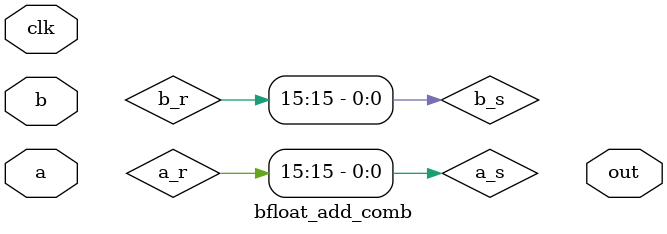
<source format=v>
module bfloat_add_comb(clk, a, b, out);
  input clk;
  input [15:0] a;
  input [15:0] b;
  output reg [15:0] out;
  reg [15:0] a_r, b_r;
  reg [15:0] out_c;
  wire a_s, b_s;
  reg [7:0] a_m, b_m;
  reg [7:0] a_m_next, b_m_next;
  wire [9:0] a_e, b_e;
  reg [9:0] holder_e;
  reg [8:0] result;
  reg [6:0] out_m;
  reg [6:0] out_e;
  wire [9:0] diff_e;

  assign a_s = a_r[15];
  assign b_s = b_r[15];
  assign a_e = {2'b00, a_r[14:7]} + 10'b1110000001;
  assign b_e = {2'b00, b_r[14:7]} + 10'b1110000001;
  assign diff_e = a_e + ~(b_e) + + 10'b0000_0000_01;
  assign neg_diff_e = ~(diff_e) + 10'b0000_0000_01;

  always  @(*) begin
    // if not denormal, add implicit 1
    if(a_e != 10'b1110000001) begin
      a_m = {1'b1, a_r[6:0]};
    end
    else begin
      a_m = {1'b0, a_r[6:0]};
    end
    if(b_e != 10'b1110000001) begin
      b_m = {1'b1, b_r[6:0]};
    end
    else begin
      b_m = {1'b0, b_r[6:0]};
    end
    // if a_exp is greater, shift b_exp
    if(diff_e[9] == 1'b0) begin
      b_m_next = b_m >> diff_e;
      a_m_next = a_m;
      holder_e = a_e + 10'b000111_1111;
    end
    // if b_exp is greater, shift a_exp
    else if(diff_e[9] == 1'b1) begin
      a_m_next = a_m >> neg_diff_e;
      b_m_next = b_m;
      holder_e = b_e + 10'b000111_1111;
    end
    // if signs are equal, add
    if(a_s == b_s) begin
      result = a_m_next + b_m_next;
      out_c[15] = a_s;
    end
    // if signs are not equal, determine which man is larger
    else if((a_s == 1'b1) && (b_s == 1'b0)) begin
      if(a_m_next > b_m_next) begin
        result = a_m_next - b_m_next;
        out_c[15] = 1'b1;
      end
      else begin
        result = b_m_next - a_m_next;
        out_c[15] = 1'b0;
      end
    end
    else if ((b_s == 1'b1) && (a_s == 1'b0)) begin
      if(b_m_next > a_m_next) begin
        result = b_m_next - a_m_next;
        out_c[15] = 1'b1;
      end
      else begin
        result = a_m_next - b_m_next;
        out_c[15] = 1'b0;
      end
    end
    if((result[8:7] == 2'b11) || (result[8:7] == 2'b10)) begin
      out_m = result[8:2];
      out_e = holder_e[7:0] + 8'b0000_0010;
    end
    else if(result[8:7] == 2'b01) begin
      out_m = result[7:1];
      out_e = holder_e[7:0] + 8'b0000_0001;
    end
    else if(result[8:7] == 2'b00) begin
      out_m = result[6:0];
      out_e = holder_e[7:0];
    end
    // if infinity or NaN, return 16 ones
    if((a_e == 10'b0010000000) || (b_e == 10'b0010000000)) begin
      out_c[15] = 1'b1;
      out_c[14:7] = 8'hFF;
      out_c[6:0] = 7'h7F;
    end
    // if both a and b are 0, return 0
    else if((a_e == 10'b1110000001) && (b_e == 10'b1110000001) && (a_m == 0) && (b_m == 0)) begin
      out_c[15] = 1'b0;
      out_c[14:7] = 8'h00;
      out_c[6:0] = 7'h00;
    end
    // if a = 0 and b != 0, return b
    else if((a_e == 10'b1110000001) && (a_m == 0)) begin
      out_c[15] = b_r[15];
      out_c[14:7] = b_r[14:7];
      out_c[6:0] = b_r[6:0];
    end
    // if b = 0 and a != 0, return a
    else if((b_e == 10'b1110000001) && (b_m == 0)) begin
      out_c[15] = a_r[15];
      out_c[14:7] = a_r[14:7];
      out_c[6:0] = a_r[6:0];
    end
    // 0x01 - 0xFE exponents
    else begin
      out_c[14:7] = out_e;
      out_c[6:0] = out_m;
    end
  end

  always @(posedge clk) begin
    a_r <= a;
    b_r <= b;
  end
endmodule

</source>
